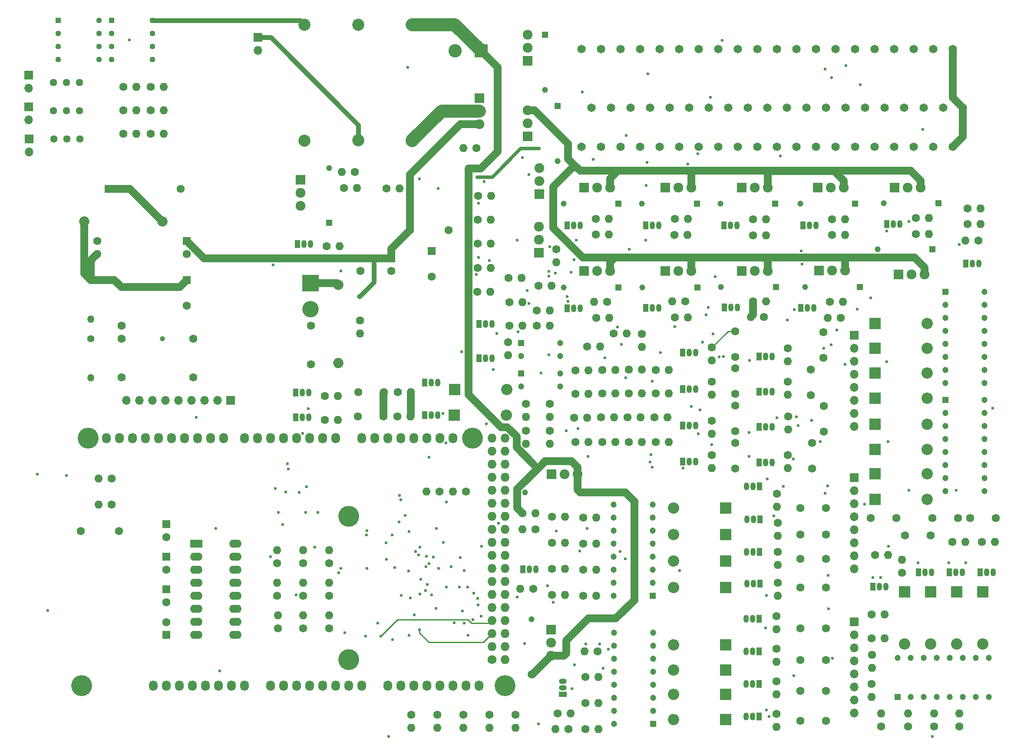
<source format=gbr>
G04 #@! TF.GenerationSoftware,KiCad,Pcbnew,(6.0.0)*
G04 #@! TF.CreationDate,2022-05-11T19:18:29-07:00*
G04 #@! TF.ProjectId,CampKeen,43616d70-4b65-4656-9e2e-6b696361645f,rev?*
G04 #@! TF.SameCoordinates,Original*
G04 #@! TF.FileFunction,Copper,L4,Bot*
G04 #@! TF.FilePolarity,Positive*
%FSLAX46Y46*%
G04 Gerber Fmt 4.6, Leading zero omitted, Abs format (unit mm)*
G04 Created by KiCad (PCBNEW (6.0.0)) date 2022-05-11 19:18:29*
%MOMM*%
%LPD*%
G01*
G04 APERTURE LIST*
G04 #@! TA.AperFunction,ComponentPad*
%ADD10C,1.727200*%
G04 #@! TD*
G04 #@! TA.AperFunction,ComponentPad*
%ADD11O,1.727200X1.727200*%
G04 #@! TD*
G04 #@! TA.AperFunction,ComponentPad*
%ADD12O,1.727200X2.032000*%
G04 #@! TD*
G04 #@! TA.AperFunction,ComponentPad*
%ADD13C,4.064000*%
G04 #@! TD*
G04 #@! TA.AperFunction,ComponentPad*
%ADD14C,1.600000*%
G04 #@! TD*
G04 #@! TA.AperFunction,ComponentPad*
%ADD15R,1.600000X1.600000*%
G04 #@! TD*
G04 #@! TA.AperFunction,ComponentPad*
%ADD16R,2.600000X2.600000*%
G04 #@! TD*
G04 #@! TA.AperFunction,ComponentPad*
%ADD17C,2.600000*%
G04 #@! TD*
G04 #@! TA.AperFunction,ComponentPad*
%ADD18C,1.650000*%
G04 #@! TD*
G04 #@! TA.AperFunction,ComponentPad*
%ADD19R,1.700000X1.700000*%
G04 #@! TD*
G04 #@! TA.AperFunction,ComponentPad*
%ADD20O,1.700000X1.700000*%
G04 #@! TD*
G04 #@! TA.AperFunction,ComponentPad*
%ADD21C,2.000000*%
G04 #@! TD*
G04 #@! TA.AperFunction,ComponentPad*
%ADD22O,2.000000X2.000000*%
G04 #@! TD*
G04 #@! TA.AperFunction,ComponentPad*
%ADD23O,1.600000X1.600000*%
G04 #@! TD*
G04 #@! TA.AperFunction,ComponentPad*
%ADD24C,2.360000*%
G04 #@! TD*
G04 #@! TA.AperFunction,ComponentPad*
%ADD25R,2.400000X1.600000*%
G04 #@! TD*
G04 #@! TA.AperFunction,ComponentPad*
%ADD26O,2.400000X1.600000*%
G04 #@! TD*
G04 #@! TA.AperFunction,ComponentPad*
%ADD27R,1.575000X1.575000*%
G04 #@! TD*
G04 #@! TA.AperFunction,ComponentPad*
%ADD28C,1.575000*%
G04 #@! TD*
G04 #@! TA.AperFunction,ComponentPad*
%ADD29C,1.400000*%
G04 #@! TD*
G04 #@! TA.AperFunction,ComponentPad*
%ADD30O,1.400000X1.400000*%
G04 #@! TD*
G04 #@! TA.AperFunction,ComponentPad*
%ADD31R,3.200000X3.200000*%
G04 #@! TD*
G04 #@! TA.AperFunction,ComponentPad*
%ADD32O,3.200000X3.200000*%
G04 #@! TD*
G04 #@! TA.AperFunction,ComponentPad*
%ADD33R,1.920000X1.920000*%
G04 #@! TD*
G04 #@! TA.AperFunction,ComponentPad*
%ADD34C,1.920000*%
G04 #@! TD*
G04 #@! TA.AperFunction,ComponentPad*
%ADD35R,2.200000X2.200000*%
G04 #@! TD*
G04 #@! TA.AperFunction,ComponentPad*
%ADD36O,2.200000X2.200000*%
G04 #@! TD*
G04 #@! TA.AperFunction,ComponentPad*
%ADD37R,1.130000X1.130000*%
G04 #@! TD*
G04 #@! TA.AperFunction,ComponentPad*
%ADD38C,1.130000*%
G04 #@! TD*
G04 #@! TA.AperFunction,ComponentPad*
%ADD39R,1.200000X1.200000*%
G04 #@! TD*
G04 #@! TA.AperFunction,ComponentPad*
%ADD40C,1.200000*%
G04 #@! TD*
G04 #@! TA.AperFunction,ComponentPad*
%ADD41R,1.500000X1.050000*%
G04 #@! TD*
G04 #@! TA.AperFunction,ComponentPad*
%ADD42O,1.500000X1.050000*%
G04 #@! TD*
G04 #@! TA.AperFunction,ComponentPad*
%ADD43R,1.050000X1.500000*%
G04 #@! TD*
G04 #@! TA.AperFunction,ComponentPad*
%ADD44O,1.050000X1.500000*%
G04 #@! TD*
G04 #@! TA.AperFunction,ComponentPad*
%ADD45C,1.440000*%
G04 #@! TD*
G04 #@! TA.AperFunction,ComponentPad*
%ADD46R,1.150000X1.150000*%
G04 #@! TD*
G04 #@! TA.AperFunction,ComponentPad*
%ADD47C,1.150000*%
G04 #@! TD*
G04 #@! TA.AperFunction,ViaPad*
%ADD48C,0.600000*%
G04 #@! TD*
G04 #@! TA.AperFunction,ViaPad*
%ADD49C,1.000000*%
G04 #@! TD*
G04 #@! TA.AperFunction,Conductor*
%ADD50C,0.250000*%
G04 #@! TD*
G04 #@! TA.AperFunction,Conductor*
%ADD51C,1.524000*%
G04 #@! TD*
G04 #@! TA.AperFunction,Conductor*
%ADD52C,0.889000*%
G04 #@! TD*
G04 #@! TA.AperFunction,Conductor*
%ADD53C,2.540000*%
G04 #@! TD*
G04 #@! TA.AperFunction,Conductor*
%ADD54C,0.635000*%
G04 #@! TD*
G04 APERTURE END LIST*
D10*
X195153000Y-219416000D03*
D11*
X197693000Y-219416000D03*
X195153000Y-216876000D03*
X197693000Y-216876000D03*
X195153000Y-214336000D03*
X197693000Y-214336000D03*
X195153000Y-211796000D03*
X197693000Y-211796000D03*
X195153000Y-209256000D03*
X197693000Y-209256000D03*
X195153000Y-206716000D03*
X197693000Y-206716000D03*
X195153000Y-204176000D03*
X197693000Y-204176000D03*
X195153000Y-201636000D03*
X197693000Y-201636000D03*
X195153000Y-199096000D03*
X197693000Y-199096000D03*
X195153000Y-196556000D03*
X197693000Y-196556000D03*
X195153000Y-194016000D03*
X197693000Y-194016000D03*
X195153000Y-191476000D03*
X197693000Y-191476000D03*
X195153000Y-188936000D03*
X197693000Y-188936000D03*
X195153000Y-186396000D03*
X197693000Y-186396000D03*
X195153000Y-183856000D03*
X197693000Y-183856000D03*
X195153000Y-181316000D03*
X197693000Y-181316000D03*
X195153000Y-178776000D03*
X197693000Y-178776000D03*
X195153000Y-176236000D03*
X197693000Y-176236000D03*
D12*
X129113000Y-224496000D03*
X131653000Y-224496000D03*
X134193000Y-224496000D03*
X136733000Y-224496000D03*
X139273000Y-224496000D03*
X141813000Y-224496000D03*
X144353000Y-224496000D03*
X146893000Y-224496000D03*
X151973000Y-224496000D03*
X154513000Y-224496000D03*
X157053000Y-224496000D03*
X159593000Y-224496000D03*
X162133000Y-224496000D03*
X164673000Y-224496000D03*
X167213000Y-224496000D03*
X169753000Y-224496000D03*
X174833000Y-224496000D03*
X177373000Y-224496000D03*
X179913000Y-224496000D03*
X182453000Y-224496000D03*
X184993000Y-224496000D03*
X187533000Y-224496000D03*
X190073000Y-224496000D03*
X192613000Y-224496000D03*
X119969000Y-176236000D03*
X122509000Y-176236000D03*
X125049000Y-176236000D03*
X127589000Y-176236000D03*
X130129000Y-176236000D03*
X132669000Y-176236000D03*
X135209000Y-176236000D03*
X137749000Y-176236000D03*
X140289000Y-176236000D03*
X142829000Y-176236000D03*
X146893000Y-176236000D03*
X149433000Y-176236000D03*
X151973000Y-176236000D03*
X154513000Y-176236000D03*
X157053000Y-176236000D03*
X159593000Y-176236000D03*
X162133000Y-176236000D03*
X164673000Y-176236000D03*
X169753000Y-176236000D03*
X172293000Y-176236000D03*
X174833000Y-176236000D03*
X177373000Y-176236000D03*
X179913000Y-176236000D03*
X182453000Y-176236000D03*
X184993000Y-176236000D03*
X187533000Y-176236000D03*
D13*
X115143000Y-224496000D03*
X167213000Y-219416000D03*
X197693000Y-224496000D03*
X116413000Y-176236000D03*
X167213000Y-191476000D03*
X191343000Y-176236000D03*
D14*
X179170000Y-135640400D03*
X186670000Y-135640400D03*
X159861000Y-154329000D03*
X159861000Y-161829000D03*
D15*
X169486900Y-141164800D03*
D14*
X169486900Y-143664800D03*
D15*
X183409200Y-139716700D03*
D14*
X183409200Y-144716700D03*
X122428000Y-194310000D03*
X114928000Y-194310000D03*
D15*
X131653000Y-199350000D03*
D14*
X131653000Y-201850000D03*
D15*
X131653000Y-214590000D03*
D14*
X131653000Y-212090000D03*
D15*
X131653000Y-205700000D03*
D14*
X131653000Y-208200000D03*
D15*
X131653000Y-193000000D03*
D14*
X131653000Y-195500000D03*
D16*
X193026000Y-100701500D03*
D17*
X187946000Y-100701500D03*
D18*
X224028000Y-119380000D03*
X225928000Y-111760000D03*
X224028000Y-100330000D03*
X220218000Y-119380000D03*
X222118000Y-111760000D03*
X220218000Y-100330000D03*
X216408000Y-119380000D03*
X218308000Y-111760000D03*
X216408000Y-100330000D03*
X212598000Y-119380000D03*
X214498000Y-111760000D03*
X212598000Y-100330000D03*
X269748000Y-119380000D03*
X271648000Y-111760000D03*
X269748000Y-100330000D03*
X265938000Y-119380000D03*
X267838000Y-111760000D03*
X265938000Y-100330000D03*
X262128000Y-119380000D03*
X264028000Y-111760000D03*
X262128000Y-100330000D03*
X258318000Y-119380000D03*
X260218000Y-111760000D03*
X258318000Y-100330000D03*
X239268000Y-119380000D03*
X241168000Y-111760000D03*
X239268000Y-100330000D03*
X235458000Y-119380000D03*
X237358000Y-111760000D03*
X235458000Y-100330000D03*
X231648000Y-119380000D03*
X233548000Y-111760000D03*
X231648000Y-100330000D03*
X227838000Y-119380000D03*
X229738000Y-111760000D03*
X227838000Y-100330000D03*
D19*
X265765000Y-156170000D03*
D20*
X265765000Y-158710000D03*
X265765000Y-161250000D03*
X265765000Y-163790000D03*
X265765000Y-166330000D03*
X265765000Y-168870000D03*
X265765000Y-171410000D03*
X265765000Y-173950000D03*
D19*
X265765000Y-212050000D03*
D20*
X265765000Y-214590000D03*
X265765000Y-217130000D03*
X265765000Y-219670000D03*
X265765000Y-222210000D03*
X265765000Y-224750000D03*
X265765000Y-227290000D03*
X265765000Y-229830000D03*
D19*
X265765000Y-183905000D03*
D20*
X265765000Y-186445000D03*
X265765000Y-188985000D03*
X265765000Y-191525000D03*
X265765000Y-194065000D03*
X265765000Y-196605000D03*
X265765000Y-199145000D03*
X265765000Y-201685000D03*
D21*
X165185800Y-146307300D03*
D22*
X165185800Y-161547300D03*
D14*
X169404200Y-153310400D03*
D23*
X169404200Y-155850400D03*
D14*
X120985000Y-184110000D03*
D23*
X118445000Y-184110000D03*
D14*
X120985000Y-189190000D03*
D23*
X118445000Y-189190000D03*
D24*
X179552400Y-95581200D03*
X179552400Y-118181200D03*
D25*
X137495000Y-196810000D03*
D26*
X137495000Y-199350000D03*
X137495000Y-201890000D03*
X137495000Y-204430000D03*
X137495000Y-206970000D03*
X137495000Y-209510000D03*
X137495000Y-212050000D03*
X137495000Y-214590000D03*
X145115000Y-214590000D03*
X145115000Y-212050000D03*
X145115000Y-209510000D03*
X145115000Y-206970000D03*
X145115000Y-204430000D03*
X145115000Y-201890000D03*
X145115000Y-199350000D03*
X145115000Y-196810000D03*
D18*
X254508000Y-119380000D03*
X256408000Y-111760000D03*
X254508000Y-100330000D03*
X250698000Y-119380000D03*
X252598000Y-111760000D03*
X250698000Y-100330000D03*
X246888000Y-119380000D03*
X248788000Y-111760000D03*
X246888000Y-100330000D03*
X243078000Y-119380000D03*
X244978000Y-111760000D03*
X243078000Y-100330000D03*
D14*
X122915000Y-156840200D03*
X122915000Y-164340200D03*
X122915000Y-154260200D03*
X122915000Y-146760200D03*
X136885000Y-156840200D03*
X136885000Y-164340200D03*
D15*
X135615000Y-137790200D03*
D14*
X135615000Y-140290200D03*
D15*
X135615000Y-145410200D03*
D14*
X135615000Y-150410200D03*
D15*
X175473500Y-141164800D03*
D14*
X175473500Y-143664800D03*
D27*
X120375000Y-127630200D03*
D28*
X134475000Y-127630200D03*
D21*
X130870000Y-133940200D03*
D22*
X115630000Y-133940200D03*
D14*
X118170000Y-137750200D03*
D23*
X118170000Y-140290200D03*
D29*
X116900000Y-156800200D03*
D30*
X116900000Y-164420200D03*
D29*
X116900000Y-145370200D03*
D30*
X116900000Y-152990200D03*
D31*
X159766200Y-146010200D03*
D32*
X159766200Y-151090200D03*
D33*
X192676000Y-109894400D03*
D34*
X192676000Y-112434400D03*
X192676000Y-114974400D03*
D14*
X192065700Y-119630700D03*
D23*
X189525700Y-119630700D03*
D19*
X144205000Y-168865200D03*
D20*
X141665000Y-168865200D03*
X139125000Y-168865200D03*
X136585000Y-168865200D03*
X134045000Y-168865200D03*
X131505000Y-168865200D03*
X128965000Y-168865200D03*
X126425000Y-168865200D03*
X123885000Y-168865200D03*
D18*
X284988000Y-119380000D03*
X286888000Y-111760000D03*
X284988000Y-100330000D03*
X281178000Y-119380000D03*
X283078000Y-111760000D03*
X281178000Y-100330000D03*
X277368000Y-119380000D03*
X279268000Y-111760000D03*
X277368000Y-100330000D03*
X273558000Y-119380000D03*
X275458000Y-111760000D03*
X273558000Y-100330000D03*
D24*
X169058859Y-95576059D03*
X169058859Y-118176059D03*
D14*
X255238900Y-231305000D03*
X260238900Y-231305000D03*
X255238900Y-225480400D03*
X260238900Y-225480400D03*
X255238900Y-219496300D03*
X260238900Y-219496300D03*
X255238900Y-213272800D03*
X260238900Y-213272800D03*
X255238900Y-205334400D03*
X260238900Y-205334400D03*
X255238900Y-199749200D03*
X260238900Y-199749200D03*
X255238900Y-189855400D03*
X260238900Y-189855400D03*
X255238900Y-195015000D03*
X260238900Y-195015000D03*
X268936700Y-191762600D03*
X273936700Y-191762600D03*
X288350700Y-191823900D03*
X293350700Y-191823900D03*
X275641600Y-195151700D03*
X280641600Y-195151700D03*
X280994500Y-191807700D03*
X285994500Y-191807700D03*
X259789000Y-155594600D03*
X259789000Y-160594600D03*
X257329700Y-162812500D03*
X257329700Y-167812500D03*
X259811300Y-169981400D03*
X259811300Y-174981400D03*
X257571100Y-177164100D03*
X257571100Y-182164100D03*
X242546100Y-155355000D03*
X242546100Y-160355000D03*
X242546100Y-162619600D03*
X242546100Y-167619600D03*
X169105700Y-167258900D03*
X174105700Y-167258900D03*
X169009800Y-172008200D03*
X174009800Y-172008200D03*
X242546100Y-169884100D03*
X242546100Y-174884100D03*
X242561800Y-177164100D03*
X242561800Y-182164100D03*
D35*
X240680900Y-231125800D03*
D36*
X230520900Y-231125800D03*
D35*
X269853100Y-173532700D03*
D36*
X280013100Y-173532700D03*
D35*
X240680900Y-226209700D03*
D36*
X230520900Y-226209700D03*
D35*
X240680900Y-216544100D03*
D36*
X230520900Y-216544100D03*
D35*
X240680900Y-221420000D03*
D36*
X230520900Y-221420000D03*
D35*
X240680900Y-205352800D03*
D36*
X230520900Y-205352800D03*
D35*
X240680900Y-195033400D03*
D36*
X230520900Y-195033400D03*
D35*
X240680900Y-200139900D03*
D36*
X230520900Y-200139900D03*
D35*
X240680900Y-189820600D03*
D36*
X230520900Y-189820600D03*
D35*
X275620200Y-206197400D03*
D36*
X275620200Y-216357400D03*
D35*
X280700200Y-206197400D03*
D36*
X280700200Y-216357400D03*
D35*
X285780200Y-206197400D03*
D36*
X285780200Y-216357400D03*
D35*
X290860200Y-206197400D03*
D36*
X290860200Y-216357400D03*
D35*
X269853100Y-178457200D03*
D36*
X280013100Y-178457200D03*
D35*
X269853100Y-183182700D03*
D36*
X280013100Y-183182700D03*
D35*
X269853100Y-188119400D03*
D36*
X280013100Y-188119400D03*
D35*
X187844900Y-166746900D03*
D36*
X198004900Y-166746900D03*
D35*
X187773600Y-171742900D03*
D36*
X197933600Y-171742900D03*
D35*
X269853100Y-153902800D03*
D36*
X280013100Y-153902800D03*
D35*
X269853100Y-158714300D03*
D36*
X280013100Y-158714300D03*
D35*
X269853100Y-163542200D03*
D36*
X280013100Y-163542200D03*
D35*
X269853100Y-168457600D03*
D36*
X280013100Y-168457600D03*
D37*
X121009000Y-94810400D03*
D38*
X121009000Y-97350400D03*
X121009000Y-99890400D03*
X121009000Y-102430400D03*
X128949000Y-102430400D03*
X128949000Y-99890400D03*
X128949000Y-97350400D03*
X128949000Y-94810400D03*
D37*
X110543800Y-94810400D03*
D38*
X110543800Y-97350400D03*
X110543800Y-99890400D03*
X110543800Y-102430400D03*
X118483800Y-102430400D03*
X118483800Y-99890400D03*
X118483800Y-97350400D03*
X118483800Y-94810400D03*
D39*
X200847400Y-157646900D03*
D40*
X200847400Y-160186900D03*
X208467400Y-160186900D03*
X208467400Y-157646900D03*
D39*
X200847400Y-163566100D03*
D40*
X200847400Y-166106100D03*
X208467400Y-166106100D03*
X208467400Y-163566100D03*
D19*
X104852500Y-117867000D03*
D20*
X104852500Y-120407000D03*
D19*
X104824700Y-111614900D03*
D20*
X104824700Y-114154900D03*
D19*
X104834900Y-105453700D03*
D20*
X104834900Y-107993700D03*
D24*
X158575900Y-118181200D03*
X158575900Y-95581200D03*
D41*
X208984900Y-226137200D03*
D42*
X208984900Y-224867200D03*
X208984900Y-223597200D03*
D33*
X206626700Y-213539500D03*
D34*
X206626700Y-216079500D03*
X206626700Y-218619500D03*
D43*
X247233200Y-230485000D03*
D44*
X245963200Y-230485000D03*
X244693200Y-230485000D03*
D43*
X247233200Y-224135000D03*
D44*
X245963200Y-224135000D03*
X244693200Y-224135000D03*
D43*
X247233200Y-217785000D03*
D44*
X245963200Y-217785000D03*
X244693200Y-217785000D03*
D43*
X247233200Y-211435000D03*
D44*
X245963200Y-211435000D03*
X244693200Y-211435000D03*
D43*
X157200500Y-138410300D03*
D44*
X158470500Y-138410300D03*
X159740500Y-138410300D03*
D33*
X157799800Y-125864700D03*
D34*
X157799800Y-128404700D03*
X157799800Y-130944700D03*
D43*
X201124800Y-201797100D03*
D44*
X202394800Y-201797100D03*
X203664800Y-201797100D03*
D33*
X206736600Y-183286100D03*
D34*
X209276600Y-183286100D03*
X211816600Y-183286100D03*
D43*
X247395700Y-204619600D03*
D44*
X246125700Y-204619600D03*
X244855700Y-204619600D03*
D43*
X247306600Y-198366100D03*
D44*
X246036600Y-198366100D03*
X244766600Y-198366100D03*
D43*
X247313200Y-185653200D03*
D44*
X246043200Y-185653200D03*
X244773200Y-185653200D03*
D43*
X247366400Y-192036300D03*
D44*
X246096400Y-192036300D03*
X244826400Y-192036300D03*
D43*
X269388700Y-205133500D03*
D44*
X270658700Y-205133500D03*
X271928700Y-205133500D03*
D43*
X290287600Y-202401200D03*
D44*
X291557600Y-202401200D03*
X292827600Y-202401200D03*
D43*
X278306800Y-202401200D03*
D44*
X279576800Y-202401200D03*
X280846800Y-202401200D03*
D43*
X284297200Y-202401200D03*
D44*
X285567200Y-202401200D03*
X286837200Y-202401200D03*
D43*
X247184700Y-160263300D03*
D44*
X248454700Y-160263300D03*
X249724700Y-160263300D03*
D43*
X247184700Y-167157700D03*
D44*
X248454700Y-167157700D03*
X249724700Y-167157700D03*
D43*
X247184700Y-174052000D03*
D44*
X248454700Y-174052000D03*
X249724700Y-174052000D03*
D43*
X247184700Y-180946400D03*
D44*
X248454700Y-180946400D03*
X249724700Y-180946400D03*
D43*
X232355400Y-159553300D03*
D44*
X233625400Y-159553300D03*
X234895400Y-159553300D03*
D43*
X232355400Y-166644300D03*
D44*
X233625400Y-166644300D03*
X234895400Y-166644300D03*
D43*
X182001000Y-165390600D03*
D44*
X183271000Y-165390600D03*
X184541000Y-165390600D03*
D43*
X182001000Y-171723000D03*
D44*
X183271000Y-171723000D03*
X184541000Y-171723000D03*
D43*
X232355400Y-173735300D03*
D44*
X233625400Y-173735300D03*
X234895400Y-173735300D03*
D43*
X232355400Y-180826300D03*
D44*
X233625400Y-180826300D03*
X234895400Y-180826300D03*
D43*
X209768900Y-134734400D03*
D44*
X211038900Y-134734400D03*
X212308900Y-134734400D03*
D43*
X225114700Y-150857700D03*
D44*
X226384700Y-150857700D03*
X227654700Y-150857700D03*
D33*
X213088400Y-127384000D03*
D34*
X215628400Y-127384000D03*
X218168400Y-127384000D03*
D33*
X228953000Y-143602200D03*
D34*
X231493000Y-143602200D03*
X234033000Y-143602200D03*
D43*
X209810700Y-150902700D03*
D44*
X211080700Y-150902700D03*
X212350700Y-150902700D03*
D33*
X213088400Y-143602200D03*
D34*
X215628400Y-143602200D03*
X218168400Y-143602200D03*
D43*
X225107000Y-134714600D03*
D44*
X226377000Y-134714600D03*
X227647000Y-134714600D03*
D33*
X228953000Y-127384000D03*
D34*
X231493000Y-127384000D03*
X234033000Y-127384000D03*
D43*
X240351700Y-134768200D03*
D44*
X241621700Y-134768200D03*
X242891700Y-134768200D03*
D33*
X243794000Y-127384000D03*
D34*
X246334000Y-127384000D03*
X248874000Y-127384000D03*
D43*
X287479500Y-142206100D03*
D44*
X288749500Y-142206100D03*
X290019500Y-142206100D03*
D33*
X274354900Y-144311500D03*
D34*
X276894900Y-144311500D03*
X279434900Y-144311500D03*
D43*
X272112700Y-134507000D03*
D44*
X273382700Y-134507000D03*
X274652700Y-134507000D03*
D43*
X255369800Y-150820800D03*
D44*
X256639800Y-150820800D03*
X257909800Y-150820800D03*
D33*
X273644600Y-127384000D03*
D34*
X276184600Y-127384000D03*
X278724600Y-127384000D03*
D33*
X258866800Y-143498500D03*
D34*
X261406800Y-143498500D03*
X263946800Y-143498500D03*
D43*
X156888000Y-167302200D03*
D44*
X158158000Y-167302200D03*
X159428000Y-167302200D03*
D33*
X202090500Y-117335600D03*
D34*
X202090500Y-114795600D03*
X202090500Y-112255600D03*
D43*
X255804100Y-134768200D03*
D44*
X257074100Y-134768200D03*
X258344100Y-134768200D03*
D33*
X258650200Y-127384000D03*
D34*
X261190200Y-127384000D03*
X263730200Y-127384000D03*
D43*
X192629500Y-160651900D03*
D44*
X193899500Y-160651900D03*
X195169500Y-160651900D03*
D33*
X202090500Y-102629000D03*
D34*
X202090500Y-100089000D03*
X202090500Y-97549000D03*
D43*
X240412800Y-150774300D03*
D44*
X241682800Y-150774300D03*
X242952800Y-150774300D03*
D33*
X243794000Y-143602200D03*
D34*
X246334000Y-143602200D03*
X248874000Y-143602200D03*
D43*
X156888000Y-172151300D03*
D44*
X158158000Y-172151300D03*
X159428000Y-172151300D03*
D33*
X204402600Y-128661100D03*
D34*
X204402600Y-126121100D03*
X204402600Y-123581100D03*
D43*
X192629500Y-153972200D03*
D44*
X193899500Y-153972200D03*
X195169500Y-153972200D03*
D33*
X204297600Y-140048200D03*
D34*
X204297600Y-137508200D03*
X204297600Y-134968200D03*
D39*
X226547900Y-231942300D03*
D40*
X226547900Y-229402300D03*
X226547900Y-226862300D03*
X226547900Y-224322300D03*
X226547900Y-221782300D03*
X226547900Y-219242300D03*
X226547900Y-216702300D03*
X226547900Y-214162300D03*
X218927900Y-214162300D03*
X218927900Y-216702300D03*
X218927900Y-219242300D03*
X218927900Y-221782300D03*
X218927900Y-224322300D03*
X218927900Y-226862300D03*
X218927900Y-229402300D03*
X218927900Y-231942300D03*
D39*
X226451200Y-206913800D03*
D40*
X226451200Y-204373800D03*
X226451200Y-201833800D03*
X226451200Y-199293800D03*
X226451200Y-196753800D03*
X226451200Y-194213800D03*
X226451200Y-191673800D03*
X226451200Y-189133800D03*
X218831200Y-189133800D03*
X218831200Y-191673800D03*
X218831200Y-194213800D03*
X218831200Y-196753800D03*
X218831200Y-199293800D03*
X218831200Y-201833800D03*
X218831200Y-204373800D03*
X218831200Y-206913800D03*
D39*
X274227500Y-226685600D03*
D40*
X276767500Y-226685600D03*
X279307500Y-226685600D03*
X281847500Y-226685600D03*
X284387500Y-226685600D03*
X286927500Y-226685600D03*
X289467500Y-226685600D03*
X292007500Y-226685600D03*
X292007500Y-219065600D03*
X289467500Y-219065600D03*
X286927500Y-219065600D03*
X284387500Y-219065600D03*
X281847500Y-219065600D03*
X279307500Y-219065600D03*
X276767500Y-219065600D03*
X274227500Y-219065600D03*
D39*
X283566300Y-168792100D03*
D40*
X283566300Y-171332100D03*
X283566300Y-173872100D03*
X283566300Y-176412100D03*
X283566300Y-178952100D03*
X283566300Y-181492100D03*
X283566300Y-184032100D03*
X283566300Y-186572100D03*
X291186300Y-186572100D03*
X291186300Y-184032100D03*
X291186300Y-181492100D03*
X291186300Y-178952100D03*
X291186300Y-176412100D03*
X291186300Y-173872100D03*
X291186300Y-171332100D03*
X291186300Y-168792100D03*
D39*
X283566300Y-147678000D03*
D40*
X283566300Y-150218000D03*
X283566300Y-152758000D03*
X283566300Y-155298000D03*
X283566300Y-157838000D03*
X283566300Y-160378000D03*
X283566300Y-162918000D03*
X283566300Y-165458000D03*
X291186300Y-165458000D03*
X291186300Y-162918000D03*
X291186300Y-160378000D03*
X291186300Y-157838000D03*
X291186300Y-155298000D03*
X291186300Y-152758000D03*
X291186300Y-150218000D03*
X291186300Y-147678000D03*
D14*
X123288700Y-107720500D03*
D23*
X125828700Y-107720500D03*
D14*
X123288700Y-112270100D03*
D23*
X125828700Y-112270100D03*
D14*
X128563900Y-116879300D03*
D23*
X131103900Y-116879300D03*
D14*
X128563900Y-107720500D03*
D23*
X131103900Y-107720500D03*
D14*
X128563900Y-112270100D03*
D23*
X131103900Y-112270100D03*
D14*
X123288700Y-116879300D03*
D23*
X125828700Y-116879300D03*
D14*
X271048000Y-232475500D03*
D23*
X271048000Y-229935500D03*
D14*
X215722800Y-217785100D03*
D23*
X213182800Y-217785100D03*
D14*
X210021300Y-232987200D03*
D23*
X207481300Y-232987200D03*
D14*
X207959300Y-229910900D03*
D23*
X210499300Y-229910900D03*
D14*
X250595300Y-229984200D03*
D23*
X250595300Y-232524200D03*
D14*
X250595300Y-223634200D03*
D23*
X250595300Y-226174200D03*
D14*
X213357200Y-232952800D03*
D23*
X215897200Y-232952800D03*
D14*
X213357200Y-227872800D03*
D23*
X215897200Y-227872800D03*
D14*
X250595300Y-217284200D03*
D23*
X250595300Y-219824200D03*
D14*
X250595300Y-210934200D03*
D23*
X250595300Y-213474200D03*
D14*
X194645900Y-230131700D03*
D23*
X194645900Y-232671700D03*
D14*
X199725900Y-230131700D03*
D23*
X199725900Y-232671700D03*
D14*
X153243000Y-200620000D03*
D23*
X153243000Y-198080000D03*
D14*
X158323000Y-200620000D03*
D23*
X158323000Y-198080000D03*
D14*
X163403000Y-200620000D03*
D23*
X163403000Y-198080000D03*
D14*
X153243000Y-206970000D03*
D23*
X153243000Y-204430000D03*
D14*
X158323000Y-206970000D03*
D23*
X158323000Y-204430000D03*
D14*
X163403000Y-206970000D03*
D23*
X163403000Y-204430000D03*
D14*
X153428000Y-213320000D03*
D23*
X153428000Y-210780000D03*
D14*
X158323000Y-213320000D03*
D23*
X158323000Y-210780000D03*
D14*
X163403000Y-213320000D03*
D23*
X163403000Y-210780000D03*
D14*
X162873400Y-138774700D03*
D23*
X165413400Y-138774700D03*
D14*
X166282200Y-127450500D03*
D23*
X168822200Y-127450500D03*
D14*
X168428300Y-124281900D03*
D23*
X165888300Y-124281900D03*
D14*
X184903700Y-186662400D03*
D23*
X182363700Y-186662400D03*
D14*
X190073000Y-186650000D03*
D23*
X187533000Y-186650000D03*
D14*
X203199300Y-205626900D03*
D23*
X200659300Y-205626900D03*
D14*
X201111600Y-190892600D03*
D23*
X203651600Y-190892600D03*
D14*
X203611700Y-194031000D03*
D23*
X201071700Y-194031000D03*
D14*
X250823900Y-204430100D03*
D23*
X250823900Y-206970100D03*
D14*
X250823900Y-198419300D03*
D23*
X250823900Y-200959300D03*
D14*
X206843000Y-206790000D03*
D23*
X209383000Y-206790000D03*
D14*
X206843000Y-191550000D03*
D23*
X209383000Y-191550000D03*
D14*
X250664400Y-187089400D03*
D23*
X250664400Y-189629400D03*
D14*
X250823900Y-192727800D03*
D23*
X250823900Y-195267800D03*
D14*
X206843000Y-201710000D03*
D23*
X209383000Y-201710000D03*
D14*
X206843000Y-196630000D03*
D23*
X209383000Y-196630000D03*
D14*
X269782700Y-199026400D03*
D23*
X272322700Y-199026400D03*
D14*
X290659700Y-196482800D03*
D23*
X293199700Y-196482800D03*
D14*
X269111100Y-210560100D03*
D23*
X271651100Y-210560100D03*
D14*
X269182100Y-224124200D03*
D23*
X269182100Y-226664200D03*
D14*
X275030700Y-202454300D03*
D23*
X275030700Y-199914300D03*
D14*
X284856100Y-196482800D03*
D23*
X287396100Y-196482800D03*
D14*
X269242100Y-218480700D03*
D23*
X269242100Y-221020700D03*
D14*
X269111100Y-215283000D03*
D23*
X271651100Y-215283000D03*
D14*
X252820200Y-158656600D03*
D23*
X252820200Y-161196600D03*
D14*
X252789100Y-165171700D03*
D23*
X252789100Y-167711700D03*
D14*
X252864700Y-171998200D03*
D23*
X252864700Y-174538200D03*
D14*
X252788200Y-179524000D03*
D23*
X252788200Y-182064000D03*
D14*
X216627800Y-167522500D03*
D23*
X219167800Y-167522500D03*
D14*
X216627800Y-176956000D03*
D23*
X219167800Y-176956000D03*
D14*
X216627800Y-162914600D03*
D23*
X219167800Y-162914600D03*
D14*
X216363300Y-172195100D03*
D23*
X218903300Y-172195100D03*
D14*
X237998900Y-158560600D03*
D23*
X237998900Y-161100600D03*
D14*
X237998900Y-165224800D03*
D23*
X237998900Y-167764800D03*
D14*
X176781300Y-167210900D03*
D23*
X179321300Y-167210900D03*
D14*
X213357200Y-222792800D03*
D23*
X215897200Y-222792800D03*
D14*
X184485900Y-230131700D03*
D23*
X184485900Y-232671700D03*
D14*
X179405900Y-230131700D03*
D23*
X179405900Y-232671700D03*
D14*
X176685400Y-171960200D03*
D23*
X179225400Y-171960200D03*
D14*
X237998900Y-172868000D03*
D23*
X237998900Y-175408000D03*
D14*
X237998900Y-179547100D03*
D23*
X237998900Y-182087100D03*
D14*
X189565900Y-230131700D03*
D23*
X189565900Y-232671700D03*
D14*
X212893300Y-206930100D03*
D23*
X215433300Y-206930100D03*
D14*
X212893300Y-201850100D03*
D23*
X215433300Y-201850100D03*
D14*
X203843100Y-151304500D03*
D23*
X206383100Y-151304500D03*
D14*
X198498800Y-149707200D03*
D23*
X201038800Y-149707200D03*
D14*
X215386600Y-133431600D03*
D23*
X217926600Y-133431600D03*
D14*
X215394100Y-136519100D03*
D23*
X217934100Y-136519100D03*
D14*
X232861800Y-149583000D03*
D23*
X230321800Y-149583000D03*
D14*
X230785700Y-152697100D03*
D23*
X233325700Y-152697100D03*
D14*
X224314700Y-155913500D03*
D23*
X224314700Y-158453500D03*
D14*
X217611700Y-149660500D03*
D23*
X215071700Y-149660500D03*
D14*
X215478200Y-152773600D03*
D23*
X218018200Y-152773600D03*
D14*
X204230300Y-146512500D03*
D23*
X206770300Y-146512500D03*
D14*
X230777400Y-133479600D03*
D23*
X233317400Y-133479600D03*
D14*
X230739700Y-136612300D03*
D23*
X233279700Y-136612300D03*
D14*
X203843100Y-154305500D03*
D23*
X206383100Y-154305500D03*
D14*
X246012600Y-136666600D03*
D23*
X248552600Y-136666600D03*
D14*
X245989500Y-133538300D03*
D23*
X248529500Y-133538300D03*
D14*
X192401800Y-128994900D03*
D23*
X194941800Y-128994900D03*
D14*
X289945200Y-137654800D03*
D23*
X287405200Y-137654800D03*
D14*
X287837100Y-134475900D03*
D23*
X290377100Y-134475900D03*
D14*
X287848200Y-131402000D03*
D23*
X290388200Y-131402000D03*
D14*
X198492600Y-154316600D03*
D23*
X201032600Y-154316600D03*
D14*
X277740400Y-136393600D03*
D23*
X280280400Y-136393600D03*
D14*
X277760500Y-133287100D03*
D23*
X280300500Y-133287100D03*
D14*
X261013300Y-149626000D03*
D23*
X263553300Y-149626000D03*
D14*
X263114600Y-152802000D03*
D23*
X260574600Y-152802000D03*
D14*
X192393800Y-143011800D03*
D23*
X194933800Y-143011800D03*
D14*
X162580100Y-168035600D03*
D23*
X165120100Y-168035600D03*
D14*
X162580100Y-172694500D03*
D23*
X165120100Y-172694500D03*
D14*
X198367400Y-144984000D03*
D23*
X200907400Y-144984000D03*
D14*
X261444300Y-136632000D03*
D23*
X263984300Y-136632000D03*
D14*
X261444300Y-133533300D03*
D23*
X263984300Y-133533300D03*
D14*
X192385700Y-133645700D03*
D23*
X194925700Y-133645700D03*
D14*
X213721600Y-158353400D03*
D23*
X216261600Y-158353400D03*
D14*
X218887600Y-155849600D03*
D23*
X221427600Y-155849600D03*
D14*
X192321200Y-138324700D03*
D23*
X194861200Y-138324700D03*
D14*
X248142400Y-152614500D03*
D23*
X245602400Y-152614500D03*
D14*
X246034400Y-149519200D03*
D23*
X248574400Y-149519200D03*
D14*
X192296900Y-147701400D03*
D23*
X194836900Y-147701400D03*
D14*
X174581900Y-127498200D03*
D23*
X177121900Y-127498200D03*
D14*
X276271300Y-232475500D03*
D23*
X276271300Y-229935500D03*
D14*
X198254200Y-157521800D03*
D23*
X198254200Y-160061800D03*
D14*
X207714400Y-139352600D03*
D23*
X207714400Y-141892600D03*
D14*
X281314400Y-232475500D03*
D23*
X281314400Y-229935500D03*
D14*
X286267500Y-232475500D03*
D23*
X286267500Y-229935500D03*
D14*
X212893300Y-196770100D03*
D23*
X215433300Y-196770100D03*
D14*
X212893300Y-191690100D03*
D23*
X215433300Y-191690100D03*
D14*
X206390300Y-169539000D03*
D23*
X206390300Y-172079000D03*
D14*
X206390300Y-174744600D03*
D23*
X206390300Y-177284600D03*
D14*
X201717000Y-169539000D03*
D23*
X201717000Y-172079000D03*
D14*
X221836100Y-176956000D03*
D23*
X224376100Y-176956000D03*
D14*
X221571500Y-172135000D03*
D23*
X224111500Y-172135000D03*
D14*
X221836100Y-167462400D03*
D23*
X224376100Y-167462400D03*
D14*
X201717000Y-174744600D03*
D23*
X201717000Y-177284600D03*
D14*
X221836100Y-162854600D03*
D23*
X224376100Y-162854600D03*
D14*
X211419600Y-162974600D03*
D23*
X213959600Y-162974600D03*
D14*
X211419600Y-167582500D03*
D23*
X213959600Y-167582500D03*
D14*
X211419600Y-176956000D03*
D23*
X213959600Y-176956000D03*
D14*
X211155000Y-172255100D03*
D23*
X213695000Y-172255100D03*
D14*
X227044300Y-162914600D03*
D23*
X229584300Y-162914600D03*
D14*
X227044300Y-167522500D03*
D23*
X229584300Y-167522500D03*
D14*
X226779800Y-172195100D03*
D23*
X229319800Y-172195100D03*
D14*
X227044300Y-176956000D03*
D23*
X229584300Y-176956000D03*
D45*
X114761200Y-117885900D03*
X112221200Y-117885900D03*
X109681200Y-117885900D03*
X114755400Y-106876600D03*
X112215400Y-106876600D03*
X109675400Y-106876600D03*
X114740100Y-112371200D03*
X112200100Y-112371200D03*
X109660100Y-112371200D03*
D46*
X202850100Y-222263100D03*
D47*
X202850100Y-211563100D03*
D46*
X163401300Y-134266900D03*
D47*
X163401300Y-123566900D03*
D46*
X212321800Y-186796800D03*
D47*
X201621800Y-186796800D03*
D46*
X219823900Y-130532500D03*
D47*
X209123900Y-130532500D03*
D46*
X235169800Y-146806200D03*
D47*
X224469800Y-146806200D03*
D46*
X219823900Y-146839400D03*
D47*
X209123900Y-146839400D03*
D46*
X235082400Y-130532500D03*
D47*
X224382400Y-130532500D03*
D46*
X250385462Y-130531212D03*
D47*
X239685462Y-130531212D03*
D46*
X281029100Y-139409500D03*
D47*
X270329100Y-139409500D03*
D46*
X282184100Y-130440300D03*
D47*
X271484100Y-130440300D03*
D46*
X266870900Y-146718500D03*
D47*
X256170900Y-146718500D03*
D46*
X207899300Y-111480600D03*
D47*
X207899300Y-122180600D03*
D46*
X265931800Y-130532500D03*
D47*
X255231800Y-130532500D03*
D46*
X205502000Y-97603900D03*
D47*
X205502000Y-108303900D03*
D46*
X250492500Y-146769100D03*
D47*
X239792500Y-146769100D03*
D19*
X149507200Y-98101000D03*
D20*
X149507200Y-100641000D03*
D48*
X213420800Y-216348200D03*
X248694400Y-229179800D03*
X278205800Y-200525600D03*
X211156900Y-141391500D03*
X255634100Y-142303900D03*
X286276300Y-138491700D03*
X248510300Y-213211200D03*
X207522600Y-144053600D03*
X270935300Y-203375500D03*
X269428700Y-203375500D03*
X189250600Y-159338700D03*
X189738000Y-202082600D03*
X211571300Y-137646100D03*
X220138500Y-198354500D03*
X216150500Y-216348200D03*
X232363100Y-182087100D03*
X184699600Y-201658400D03*
X227961400Y-159553300D03*
X178979800Y-214662100D03*
X248624600Y-206836000D03*
X251927900Y-185653200D03*
X165668800Y-143665000D03*
X151946000Y-199350000D03*
X201965400Y-147450100D03*
X249204500Y-230485000D03*
X211237500Y-220425800D03*
X245266400Y-175129300D03*
X210724100Y-225083900D03*
X260054200Y-187011300D03*
X225107000Y-137646100D03*
X250116000Y-191354900D03*
X206203900Y-159998200D03*
X178896100Y-202152900D03*
X284183700Y-200525600D03*
X154336900Y-193040300D03*
X235347500Y-175408000D03*
X190396900Y-205251700D03*
X272112700Y-135796800D03*
X156940500Y-206818700D03*
X165286700Y-202503700D03*
X287491800Y-200525600D03*
X255389200Y-139719500D03*
X190472200Y-214643500D03*
X237314300Y-150774300D03*
X240314100Y-160260600D03*
X189738000Y-212265200D03*
X161163000Y-190664800D03*
X180023900Y-210715900D03*
X221925000Y-139352600D03*
D49*
X169345000Y-148645000D03*
D48*
X106500500Y-183230500D03*
X141339500Y-193825000D03*
X112143400Y-183515000D03*
X108529800Y-209844000D03*
X154932700Y-186698300D03*
X157534300Y-186810400D03*
X152877300Y-186072900D03*
X153511100Y-190667500D03*
X292800000Y-170403100D03*
X257478900Y-172757700D03*
X248823100Y-184203100D03*
X225413300Y-122433200D03*
X178227400Y-191303100D03*
X195419000Y-162837500D03*
X209974300Y-149552600D03*
X267810000Y-189091400D03*
X166446800Y-214185000D03*
X201469200Y-216246100D03*
X276401400Y-133969500D03*
X259185400Y-176916500D03*
X253961800Y-222493800D03*
X279124900Y-116026700D03*
X272401800Y-176916500D03*
X204236900Y-231924800D03*
X174982100Y-234374200D03*
X281034200Y-234384100D03*
X260686200Y-202975700D03*
X272110100Y-161278600D03*
X263957100Y-161791800D03*
X165642700Y-201648000D03*
X276399200Y-186367700D03*
X155260400Y-181249000D03*
X158272400Y-175320400D03*
X240011200Y-98664600D03*
X178735800Y-103914400D03*
X217871400Y-217360100D03*
X231741900Y-202084700D03*
X272420400Y-197329400D03*
X225562100Y-105201500D03*
X210527900Y-143886500D03*
X206390800Y-138896800D03*
X170746300Y-194269900D03*
X158856300Y-190666900D03*
X181045000Y-213532700D03*
X196415700Y-192807200D03*
X158977900Y-185674600D03*
X260771700Y-209495700D03*
X200018200Y-207184400D03*
X261554400Y-219144800D03*
X221101000Y-199780100D03*
X181275700Y-203749200D03*
X185577200Y-171360200D03*
X192100500Y-144335400D03*
X186182000Y-177167800D03*
X177378900Y-188263500D03*
X160571600Y-197443200D03*
X192538500Y-130438300D03*
X173481100Y-214810400D03*
X184191900Y-209410200D03*
X179221900Y-207410600D03*
X193004100Y-210918000D03*
X187812000Y-212237100D03*
X174602000Y-199801800D03*
X191390800Y-211639800D03*
X180867900Y-198986500D03*
X193133800Y-197298100D03*
X192332800Y-207472400D03*
X180257100Y-198343100D03*
X178960000Y-194450100D03*
X206214200Y-144681000D03*
X236875000Y-152203900D03*
X186289300Y-188672600D03*
X181091900Y-206596700D03*
X182216900Y-205949500D03*
X159307300Y-170427100D03*
X219616500Y-154526200D03*
X206247400Y-143717400D03*
X202354000Y-150005600D03*
X209792800Y-148587900D03*
X182317700Y-201275700D03*
X181107300Y-197492800D03*
X155434600Y-182262400D03*
X177057000Y-192558200D03*
X182906200Y-200700200D03*
X183714900Y-199447400D03*
X124463500Y-98620400D03*
X137524700Y-172188400D03*
X194678000Y-141610100D03*
X152516500Y-142437100D03*
X200080400Y-137606900D03*
X260562900Y-185563100D03*
X142095400Y-221594300D03*
X261371000Y-105958500D03*
X225223700Y-126942800D03*
X233335400Y-122834700D03*
X214903000Y-121881800D03*
X221327300Y-117200900D03*
X235237100Y-120735800D03*
X260052500Y-104217800D03*
X245336400Y-161088900D03*
X251329500Y-121225000D03*
X212723000Y-108755100D03*
X239399800Y-160355900D03*
X237700800Y-109798600D03*
X285639200Y-186367700D03*
X264129800Y-103593200D03*
X236220600Y-157483500D03*
X259803000Y-158656600D03*
X262354300Y-155128300D03*
X268986700Y-148913800D03*
X266935500Y-107283300D03*
X234035800Y-170075100D03*
X238650200Y-144715000D03*
X252705900Y-153149800D03*
X266344700Y-151098100D03*
X192494700Y-140984800D03*
X238218500Y-155875800D03*
X211926600Y-174357500D03*
X209598200Y-174748400D03*
X192237803Y-125311878D03*
X177114800Y-187396800D03*
X204324411Y-119786343D03*
X180982240Y-125698634D03*
D49*
X130919000Y-156812000D03*
D48*
X196098500Y-155807600D03*
X193642400Y-126151200D03*
X202370500Y-124850700D03*
X201077000Y-121551800D03*
X200253000Y-155452600D03*
X184647294Y-127551487D03*
X250648700Y-172258500D03*
X261230200Y-158055000D03*
X235698300Y-170700400D03*
X245266400Y-179812800D03*
X254527900Y-172106200D03*
X191555100Y-206417700D03*
X187200500Y-201269600D03*
X185633000Y-196565200D03*
X194033700Y-173411800D03*
X207709100Y-194312900D03*
X188992600Y-199470900D03*
X254863200Y-173785600D03*
X192438100Y-208723100D03*
X206025900Y-205011700D03*
X188785100Y-205236700D03*
X186294200Y-205251700D03*
X189386700Y-209884800D03*
X182530400Y-204751600D03*
X226148600Y-179455300D03*
X230820500Y-154456700D03*
X170662300Y-195070300D03*
X174498000Y-196647500D03*
X226360500Y-181858500D03*
X213821300Y-179768000D03*
X221212300Y-164487900D03*
X225997200Y-180902200D03*
X175703700Y-195075400D03*
X237949200Y-177453500D03*
X176209608Y-201430562D03*
X254093000Y-151166700D03*
X213671600Y-193788400D03*
X170797408Y-201621316D03*
X184297200Y-193802000D03*
X183346300Y-206822900D03*
X204708900Y-163509300D03*
X182871100Y-179965000D03*
X182395000Y-199255700D03*
X177470700Y-206841300D03*
X216797500Y-221082600D03*
X175768000Y-215529700D03*
X172908400Y-212266300D03*
X170479300Y-214828500D03*
X207071600Y-208262400D03*
X212256400Y-198235900D03*
X253913600Y-180241400D03*
X226411500Y-165120400D03*
X220417100Y-157967500D03*
X217150300Y-160574500D03*
D50*
X174009800Y-169681700D02*
X174009800Y-172008200D01*
D51*
X174010000Y-169681500D02*
X174010000Y-167355000D01*
X179321000Y-171864000D02*
X179225100Y-171959900D01*
X174010000Y-167355000D02*
X174105900Y-167259100D01*
X174010000Y-172008000D02*
X174010000Y-169681500D01*
X179321000Y-167211000D02*
X179321000Y-171864000D01*
D50*
X174010000Y-169681500D02*
X174009800Y-169681700D01*
D52*
X157805100Y-94810400D02*
X158575900Y-95581200D01*
X169058859Y-118176059D02*
X169058859Y-115134737D01*
D51*
X284988000Y-109860000D02*
X286888000Y-111760000D01*
D52*
X128949000Y-94810400D02*
X157805100Y-94810400D01*
D51*
X284988000Y-100330000D02*
X284988000Y-109860000D01*
X286888000Y-117480000D02*
X284988000Y-119380000D01*
D52*
X169058859Y-115134737D02*
X152025122Y-98101000D01*
X152025122Y-98101000D02*
X149507200Y-98101000D01*
D51*
X286888000Y-111760000D02*
X286888000Y-117480000D01*
X212844000Y-141008000D02*
X207077587Y-135241587D01*
X279435000Y-142954000D02*
X279435000Y-144311000D01*
D50*
X218168000Y-126503000D02*
X218168400Y-126503400D01*
D51*
X209985693Y-118793693D02*
X209985693Y-121777665D01*
D50*
X218168400Y-126503400D02*
X218168400Y-127384000D01*
X263730000Y-126853900D02*
X263730200Y-126854100D01*
D51*
X175473000Y-139337000D02*
X175473000Y-141164800D01*
X212311028Y-124103000D02*
X219688000Y-124103000D01*
X175473000Y-141164800D02*
X175473000Y-141165000D01*
X179169800Y-135640200D02*
X175473000Y-139337000D01*
D50*
X192676000Y-114974400D02*
X192676000Y-114974000D01*
X179170000Y-135640400D02*
X179169800Y-135640200D01*
D51*
X209985693Y-121777665D02*
X211247041Y-123039012D01*
X263730000Y-126853900D02*
X263730000Y-127384000D01*
X218168000Y-141945000D02*
X219105000Y-141008000D01*
X255372000Y-124166000D02*
X261870000Y-124166000D01*
X172159177Y-141165000D02*
X169486900Y-141165000D01*
X248874000Y-143602000D02*
X248874000Y-141668000D01*
X261870000Y-124166000D02*
X263730000Y-126026000D01*
D50*
X218168400Y-143602200D02*
X218168200Y-143602200D01*
D51*
X175473000Y-141165000D02*
X172159177Y-141165000D01*
D50*
X279434900Y-144311500D02*
X279435000Y-144311400D01*
D51*
X218168000Y-127384000D02*
X218168000Y-126503000D01*
X218168000Y-143602000D02*
X218168000Y-141945000D01*
D52*
X172159177Y-145830823D02*
X169345000Y-148645000D01*
D51*
X179170000Y-124813000D02*
X179170000Y-135640000D01*
X169486900Y-141165000D02*
X138990000Y-141165000D01*
X263947000Y-141270000D02*
X264209000Y-141008000D01*
X219105000Y-141008000D02*
X212844000Y-141008000D01*
X278725000Y-126705000D02*
X278725000Y-126026000D01*
X233696000Y-124103000D02*
X219688000Y-124103000D01*
D50*
X263946800Y-143498500D02*
X263947000Y-143498300D01*
D51*
X264209000Y-141008000D02*
X277489000Y-141008000D01*
X255372000Y-124103000D02*
X233696000Y-124103000D01*
X219105000Y-141008000D02*
X234128000Y-141008000D01*
D50*
X255372000Y-124166000D02*
X255372000Y-124103000D01*
D51*
X207077587Y-127208466D02*
X211247041Y-123039012D01*
X202090900Y-112256000D02*
X203448000Y-112256000D01*
X218168000Y-126503000D02*
X218168000Y-125622000D01*
D50*
X175473500Y-141164800D02*
X175473000Y-141164800D01*
D51*
X263947000Y-143498000D02*
X263947000Y-141270000D01*
X234033000Y-141103000D02*
X234128000Y-141008000D01*
X203448000Y-112256000D02*
X209985693Y-118793693D01*
X248874000Y-141668000D02*
X248214000Y-141008000D01*
D50*
X278724600Y-126705400D02*
X278724600Y-127384000D01*
D52*
X172159177Y-141165000D02*
X172159177Y-145830823D01*
D51*
X248874000Y-127384000D02*
X248874000Y-124166000D01*
D50*
X218168200Y-143602200D02*
X218168000Y-143602000D01*
D51*
X179170000Y-135640000D02*
X179169800Y-135640200D01*
X234033000Y-124440000D02*
X233696000Y-124103000D01*
X211247041Y-123039012D02*
X212311028Y-124103000D01*
X234033000Y-143602000D02*
X234033000Y-141103000D01*
X277489000Y-141008000D02*
X279435000Y-142954000D01*
X192676000Y-114974000D02*
X189008000Y-114974000D01*
X138990000Y-141165000D02*
X135615100Y-137790100D01*
X278725000Y-127384000D02*
X278725000Y-126705000D01*
D50*
X263947000Y-143498300D02*
X263947000Y-143498000D01*
D51*
X278725000Y-126026000D02*
X276801000Y-124103000D01*
X189008000Y-114974000D02*
X179170000Y-124813000D01*
X248874000Y-124166000D02*
X255372000Y-124166000D01*
X234033000Y-127384000D02*
X234033000Y-124440000D01*
X248214000Y-141008000D02*
X264209000Y-141008000D01*
X218168000Y-125622000D02*
X219688000Y-124103000D01*
X207077587Y-135241587D02*
X207077587Y-127208466D01*
D50*
X278725000Y-126705000D02*
X278724600Y-126705400D01*
D51*
X263730000Y-126026000D02*
X263730000Y-126853900D01*
D50*
X263730200Y-126854100D02*
X263730200Y-127384000D01*
D51*
X276801000Y-124103000D02*
X255372000Y-124103000D01*
D50*
X279435000Y-144311400D02*
X279435000Y-144311000D01*
D51*
X234128000Y-141008000D02*
X248214000Y-141008000D01*
D50*
X169486900Y-141164800D02*
X169486900Y-141165000D01*
D51*
X120375000Y-127630000D02*
X120375200Y-127630000D01*
X124560000Y-127630000D02*
X130870000Y-133940000D01*
X120375200Y-127630000D02*
X124560000Y-127630000D01*
D50*
X120375200Y-127630000D02*
X120375000Y-127630200D01*
D51*
X196246000Y-103922000D02*
X196246000Y-120366367D01*
X213950439Y-211346422D02*
X219311165Y-211346422D01*
X206627000Y-218620000D02*
X202983000Y-222263000D01*
X209640837Y-218213757D02*
X209640837Y-215656024D01*
D50*
X202850200Y-222263000D02*
X202850100Y-222263100D01*
D51*
X196891431Y-174101802D02*
X198139900Y-174101802D01*
X211817000Y-181928000D02*
X210599968Y-180710968D01*
X210599968Y-180710968D02*
X205512032Y-180710968D01*
X198139900Y-174101802D02*
X199955489Y-175917391D01*
X194636000Y-102311500D02*
X196246000Y-103922000D01*
X211817000Y-183286000D02*
X211817000Y-181928000D01*
X200085000Y-189866000D02*
X201111600Y-190892600D01*
X194636000Y-102311500D02*
X193026000Y-100701000D01*
X202850200Y-222263000D02*
X202850000Y-222263000D01*
X202983000Y-222263000D02*
X202850200Y-222263000D01*
D50*
X194636000Y-102311500D02*
X193026000Y-100701500D01*
D51*
X192960367Y-123652000D02*
X190535000Y-123652000D01*
X219311165Y-211346422D02*
X222888000Y-207769587D01*
X222888000Y-188581904D02*
X221102896Y-186796800D01*
X206627000Y-218620000D02*
X209234594Y-218620000D01*
X190535000Y-123652000D02*
X190535000Y-167745371D01*
D53*
X179552400Y-95581200D02*
X187906000Y-95581200D01*
D51*
X190535000Y-167745371D02*
X196891431Y-174101802D01*
D50*
X206627000Y-218619800D02*
X206627000Y-218620000D01*
D51*
X196246000Y-120366367D02*
X192960367Y-123652000D01*
X211816600Y-183286100D02*
X211816600Y-186291600D01*
X209640837Y-215656024D02*
X213950439Y-211346422D01*
X205512032Y-180710968D02*
X204858000Y-181365000D01*
X200085000Y-186137000D02*
X200085000Y-189866000D01*
X221102896Y-186796800D02*
X212321800Y-186796800D01*
X199955489Y-178014489D02*
X203306000Y-181365000D01*
X204858000Y-181365000D02*
X200085000Y-186137000D01*
X211817000Y-183286000D02*
X211817000Y-182705000D01*
D53*
X187906000Y-95581200D02*
X193026000Y-100701000D01*
D50*
X206626700Y-218619500D02*
X206627000Y-218619800D01*
D51*
X209234594Y-218620000D02*
X209640837Y-218213757D01*
X211816600Y-186291600D02*
X212321800Y-186796800D01*
X199955489Y-175917391D02*
X199955489Y-178014489D01*
X222888000Y-207769587D02*
X222888000Y-188581904D01*
X116900000Y-141560000D02*
X117535000Y-140925000D01*
D50*
X116900000Y-145370200D02*
X116900000Y-145370000D01*
D51*
X134265000Y-146760000D02*
X134940000Y-146085000D01*
X116900000Y-145370000D02*
X116900000Y-141560000D01*
X115630000Y-144100000D02*
X116900000Y-145370000D01*
D50*
X122915000Y-146760000D02*
X122915000Y-146760200D01*
X134940000Y-146085000D02*
X134940200Y-146085000D01*
D51*
X117535000Y-140925000D02*
X118170000Y-140290000D01*
D50*
X117535200Y-140925000D02*
X118170000Y-140290200D01*
D51*
X116900000Y-145370000D02*
X121525000Y-145370000D01*
X122915000Y-146760000D02*
X134265000Y-146760000D01*
X134940000Y-146085000D02*
X135615000Y-145410000D01*
D50*
X134940200Y-146085000D02*
X135615000Y-145410200D01*
D51*
X115630000Y-133940200D02*
X115630000Y-144100000D01*
D50*
X117535000Y-140925000D02*
X117535200Y-140925000D01*
D51*
X121525000Y-145370000D02*
X122915000Y-146760000D01*
D50*
X193446834Y-216042166D02*
X195153000Y-214336000D01*
X182862436Y-216042166D02*
X193446834Y-216042166D01*
X181045000Y-213532700D02*
X181045000Y-214224730D01*
X181045000Y-214224730D02*
X182862436Y-216042166D01*
X190480396Y-211612589D02*
X191132118Y-212264311D01*
X194684689Y-212264311D02*
X195153000Y-211796000D01*
X176678911Y-211612589D02*
X190480396Y-211612589D01*
X173481100Y-214810400D02*
X176678911Y-211612589D01*
X191132118Y-212264311D02*
X194684689Y-212264311D01*
X241204500Y-155355000D02*
X237998900Y-158560600D01*
X242546100Y-155355000D02*
X241204500Y-155355000D01*
D54*
X195198992Y-125311878D02*
X200724527Y-119786343D01*
X200724527Y-119786343D02*
X204324411Y-119786343D01*
X192237803Y-125311878D02*
X195198992Y-125311878D01*
D51*
X165185800Y-146306800D02*
X165186000Y-146307000D01*
X159766200Y-146010000D02*
X164889000Y-146010000D01*
D50*
X165185800Y-146306800D02*
X165185800Y-146307300D01*
D51*
X164889000Y-146010000D02*
X165185800Y-146306800D01*
X246034400Y-149519200D02*
X246034400Y-152182500D01*
X246034400Y-152182500D02*
X245602400Y-152614500D01*
D53*
X179552400Y-118180600D02*
X179552000Y-118181000D01*
X185299000Y-112434000D02*
X179552400Y-118180600D01*
X192676000Y-112434000D02*
X185299000Y-112434000D01*
D50*
X179552400Y-118180600D02*
X179552400Y-118181200D01*
X192676000Y-112434400D02*
X192676000Y-112434000D01*
M02*

</source>
